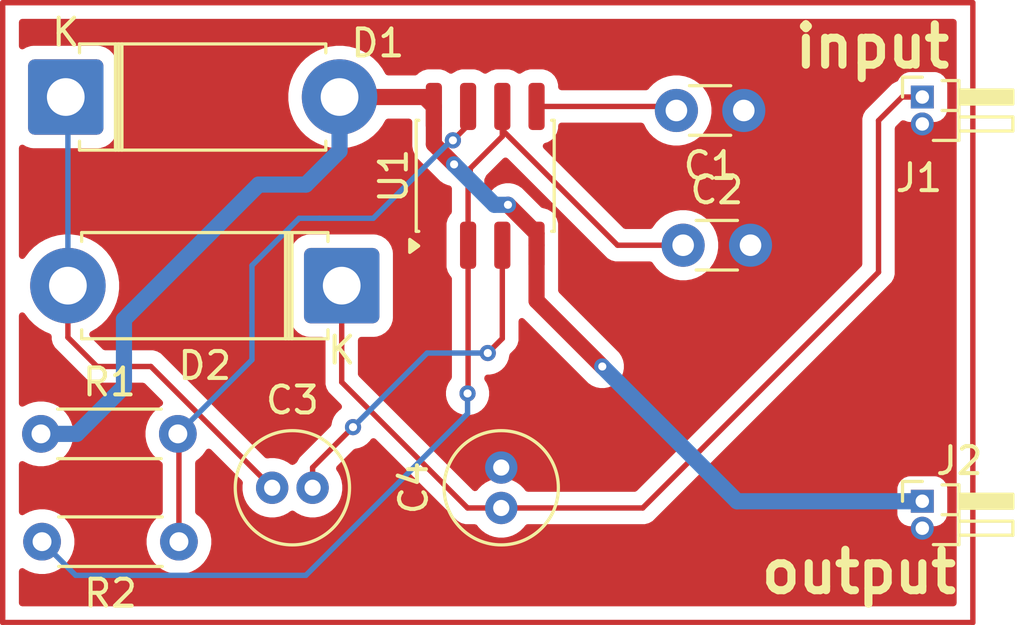
<source format=kicad_pcb>
(kicad_pcb (version 20241229) (generator "pcbnew") (generator_version "9.0")
  (title_block (title "Voltage Doubler") (date "2026-02-26") (rev "1.0") (company "IBrahim Jarallah"))
  (layers (0 "F.Cu" signal) (2 "B.Cu" signal) (13 "F.Paste" user) (15 "B.Paste" user) (5 "F.SilkS" user "F.Silkscreen") (7 "B.SilkS" user "B.Silkscreen") (1 "F.Mask" user) (3 "B.Mask" user) (25 "Edge.Cuts" user))
  (net 0 "")
  (net 1 "GND")
  (net 2 "Net-(U1-CONT)")
  (net 3 "Net-(U1-THRES)")
  (net 4 "Net-(U1-OUT)")
  (net 5 "Net-(D1-K)")
  (net 6 "Net-(D2-K)")
  (net 7 "+5V")
  (net 8 "Net-(U1-DISCH)")
  (footprint "Diode_THT:D_5W_P10.16mm_Horizontal" (layer "F.Cu") (at 138.34 77.25)
    (property "Reference" "D1" (at 11.58 -2 0) (layer "F.SilkS"))
    (property "Value" "1N4007")
    (fp_line (start 0.51 -1.97) (end 9.65 -1.97) (stroke (width 0.12)) (layer "F.SilkS"))
    (fp_line (start 0.51 -1.64) (end 0.51 -1.97) (stroke (width 0.12)) (layer "F.SilkS"))
    (fp_line (start 0.51 1.64) (end 0.51 1.97) (stroke (width 0.12)) (layer "F.SilkS"))
    (fp_line (start 0.51 1.97) (end 9.65 1.97) (stroke (width 0.12)) (layer "F.SilkS"))
    (fp_line (start 1.845 -1.97) (end 1.845 1.97) (stroke (width 0.12)) (layer "F.SilkS"))
    (fp_line (start 1.965 -1.97) (end 1.965 1.97) (stroke (width 0.12)) (layer "F.SilkS"))
    (fp_line (start 2.085 -1.97) (end 2.085 1.97) (stroke (width 0.12)) (layer "F.SilkS"))
    (fp_line (start 9.65 -1.97) (end 9.65 -1.64) (stroke (width 0.12)) (layer "F.SilkS"))
    (fp_line (start 9.65 1.97) (end 9.65 1.64) (stroke (width 0.12)) (layer "F.SilkS"))
    (fp_text user "K" (at 0 -2.4 0) (layer "F.SilkS"))
    (pad "1" thru_hole roundrect (at 0 0) (size 2.8 2.8) (drill 1.4) (layers "*.Cu" "*.Mask") (roundrect_rratio 0.089286) (net 5 "Net-(D1-K)"))
    (pad "2" thru_hole circle (at 10.16 0) (size 2.8 2.8) (drill 1.4) (layers "*.Cu" "*.Mask") (net 7 "+5V"))
  )
  (footprint "Resistor_THT:R_Axial_DIN0204_L3.6mm_D1.6mm_P5.08mm_Horizontal" (layer "F.Cu") (at 137.42 89.75)
    (property "Reference" "R1" (at 2.54 -1.92 0) (layer "F.SilkS"))
    (property "Value" "10k")
    (fp_line (start 0.62 -0.92) (end 4.46 -0.92) (stroke (width 0.12)) (layer "F.SilkS"))
    (fp_line (start 0.62 0.92) (end 4.46 0.92) (stroke (width 0.12)) (layer "F.SilkS"))
    (pad "1" thru_hole circle (at 0 0) (size 1.4 1.4) (drill 0.7) (layers "*.Cu" "*.Mask") (net 7 "+5V"))
    (pad "2" thru_hole circle (at 5.08 0) (size 1.4 1.4) (drill 0.7) (layers "*.Cu" "*.Mask") (net 8 "Net-(U1-DISCH)"))
  )
  (footprint "Resistor_THT:R_Axial_DIN0204_L3.6mm_D1.6mm_P5.08mm_Horizontal" (layer "F.Cu") (at 142.54 93.75 180)
    (property "Reference" "R2" (at 2.54 -1.92 0) (layer "F.SilkS"))
    (property "Value" "33k")
    (fp_line (start 0.62 0.92) (end 4.46 0.92) (stroke (width 0.12)) (layer "F.SilkS"))
    (fp_line (start 0.62 -0.92) (end 4.46 -0.92) (stroke (width 0.12)) (layer "F.SilkS"))
    (pad "1" thru_hole circle (at 0 0 180) (size 1.4 1.4) (drill 0.7) (layers "*.Cu" "*.Mask") (net 8 "Net-(U1-DISCH)"))
    (pad "2" thru_hole circle (at 5.08 0 180) (size 1.4 1.4) (drill 0.7) (layers "*.Cu" "*.Mask") (net 3 "Net-(U1-THRES)"))
  )
  (footprint "Diode_THT:D_5W_P10.16mm_Horizontal" (layer "F.Cu") (at 148.58 84.25 180)
    (property "Reference" "D2" (at 5.08 -2.97 0) (layer "F.SilkS"))
    (property "Value" "1N4007")
    (fp_line (start 9.65 1.97) (end 9.65 1.64) (stroke (width 0.12)) (layer "F.SilkS"))
    (fp_line (start 9.65 -1.97) (end 9.65 -1.64) (stroke (width 0.12)) (layer "F.SilkS"))
    (fp_line (start 2.085 -1.97) (end 2.085 1.97) (stroke (width 0.12)) (layer "F.SilkS"))
    (fp_line (start 1.965 -1.97) (end 1.965 1.97) (stroke (width 0.12)) (layer "F.SilkS"))
    (fp_line (start 1.845 -1.97) (end 1.845 1.97) (stroke (width 0.12)) (layer "F.SilkS"))
    (fp_line (start 0.51 1.97) (end 9.65 1.97) (stroke (width 0.12)) (layer "F.SilkS"))
    (fp_line (start 0.51 1.64) (end 0.51 1.97) (stroke (width 0.12)) (layer "F.SilkS"))
    (fp_line (start 0.51 -1.64) (end 0.51 -1.97) (stroke (width 0.12)) (layer "F.SilkS"))
    (fp_line (start 0.51 -1.97) (end 9.65 -1.97) (stroke (width 0.12)) (layer "F.SilkS"))
    (fp_text user "K" (at 0 -2.4 0) (layer "F.SilkS"))
    (pad "1" thru_hole roundrect (at 0 0 180) (size 2.8 2.8) (drill 1.4) (layers "*.Cu" "*.Mask") (roundrect_rratio 0.089286) (net 6 "Net-(D2-K)"))
    (pad "2" thru_hole circle (at 10.16 0 180) (size 2.8 2.8) (drill 1.4) (layers "*.Cu" "*.Mask") (net 5 "Net-(D1-K)"))
  )
  (footprint "Package_SO:SO-8_3.9x4.9mm_P1.27mm" (layer "F.Cu") (at 153.905 80.175 90)
    (property "Reference" "U1" (at 0 -3.4 90) (layer "F.SilkS"))
    (property "Value" "NE555D")
    (fp_line (start 2.06 -2.56) (end 2.06 -2.465) (stroke (width 0.12)) (layer "F.SilkS"))
    (fp_line (start -2.06 -2.56) (end 2.06 -2.56) (stroke (width 0.12)) (layer "F.SilkS"))
    (fp_line (start -2.06 -2.465) (end -2.06 -2.56) (stroke (width 0.12)) (layer "F.SilkS"))
    (fp_line (start 2.06 2.465) (end 2.06 2.56) (stroke (width 0.12)) (layer "F.SilkS"))
    (fp_line (start 2.06 2.56) (end -2.06 2.56) (stroke (width 0.12)) (layer "F.SilkS"))
    (fp_line (start -2.06 2.56) (end -2.06 2.465) (stroke (width 0.12)) (layer "F.SilkS"))
    (fp_poly (pts (xy -2.6 -2.47) (xy -2.84 -2.8) (xy -2.36 -2.8)) (stroke (width 0.12)) (fill yes) (layer "F.SilkS"))
    (pad "1" smd roundrect (at -2.575 -1.905 90) (size 1.75 0.6) (layers "F.Cu" "F.Mask" "F.Paste") (net 1 "GND"))
    (pad "2" smd roundrect (at -2.575 -0.635 90) (size 1.75 0.6) (layers "F.Cu" "F.Mask" "F.Paste") (net 3 "Net-(U1-THRES)"))
    (pad "3" smd roundrect (at -2.575 0.635 90) (size 1.75 0.6) (layers "F.Cu" "F.Mask" "F.Paste") (net 4 "Net-(U1-OUT)"))
    (pad "4" smd roundrect (at -2.575 1.905 90) (size 1.75 0.6) (layers "F.Cu" "F.Mask" "F.Paste") (net 7 "+5V"))
    (pad "5" smd roundrect (at 2.575 1.905 90) (size 1.75 0.6) (layers "F.Cu" "F.Mask" "F.Paste") (net 2 "Net-(U1-CONT)"))
    (pad "6" smd roundrect (at 2.575 0.635 90) (size 1.75 0.6) (layers "F.Cu" "F.Mask" "F.Paste") (net 3 "Net-(U1-THRES)"))
    (pad "7" smd roundrect (at 2.575 -0.635 90) (size 1.75 0.6) (layers "F.Cu" "F.Mask" "F.Paste") (net 8 "Net-(U1-DISCH)"))
    (pad "8" smd roundrect (at 2.575 -1.905 90) (size 1.75 0.6) (layers "F.Cu" "F.Mask" "F.Paste") (net 7 "+5V"))
  )
  (footprint "Capacitor_THT:C_Radial_D4.0mm_H5.0mm_P1.50mm" (layer "F.Cu") (at 154.5 92.5 90)
    (property "Reference" "C4" (at 0.75 -3.25 90) (layer "F.SilkS"))
    (property "Value" "22uF" (hide yes))
    (fp_circle (center 0.75 0) (end 2.87 0) (stroke (width 0.12)) (fill no) (layer "F.SilkS"))
    (pad "1" thru_hole circle (at 0 0 90) (size 1.2 1.2) (drill 0.6) (layers "*.Cu" "*.Mask") (net 6 "Net-(D2-K)"))
    (pad "2" thru_hole circle (at 1.5 0 90) (size 1.2 1.2) (drill 0.6) (layers "*.Cu" "*.Mask") (net 1 "GND"))
  )
  (footprint "Connector_PinHeader_1.00mm:PinHeader_1x02_P1.00mm_Horizontal" (layer "F.Cu") (at 170.125 77.25)
    (property "Reference" "J1" (at -0.125 3 0) (layer "F.SilkS"))
    (property "Value" "Conn_1x2")
    (fp_line (start -0.735 -0.735) (end 0 -0.735) (stroke (width 0.12)) (layer "F.SilkS"))
    (fp_line (start -0.735 0) (end -0.735 -0.735) (stroke (width 0.12)) (layer "F.SilkS"))
    (fp_line (start 0.735 -0.61) (end 1.36 -0.61) (stroke (width 0.12)) (layer "F.SilkS"))
    (fp_line (start 0.735 0.5) (end 1.36 0.5) (stroke (width 0.12)) (layer "F.SilkS"))
    (fp_line (start 1.36 -0.61) (end 1.36 1.61) (stroke (width 0.12)) (layer "F.SilkS"))
    (fp_line (start 1.36 0.74) (end 3.36 0.74) (stroke (width 0.12)) (layer "F.SilkS"))
    (fp_line (start 1.36 1.61) (end 0.41003 1.61) (stroke (width 0.12)) (layer "F.SilkS"))
    (fp_line (start 3.36 0.74) (end 3.36 1.26) (stroke (width 0.12)) (layer "F.SilkS"))
    (fp_line (start 3.36 1.26) (end 1.36 1.26) (stroke (width 0.12)) (layer "F.SilkS"))
    (fp_rect (start 1.36 -0.26) (end 3.36 0.26) (stroke (width 0.12)) (fill yes) (layer "F.SilkS"))
    (pad "1" thru_hole rect (at 0 0) (size 0.85 0.85) (drill 0.5) (layers "*.Cu" "*.Mask") (net 6 "Net-(D2-K)"))
    (pad "2" thru_hole circle (at 0 1) (size 0.85 0.85) (drill 0.5) (layers "*.Cu" "*.Mask") (net 1 "GND"))
  )
  (footprint "Connector_PinHeader_1.00mm:PinHeader_1x02_P1.00mm_Horizontal" (layer "F.Cu") (at 170.125 92.25)
    (property "Reference" "J2" (at 1.375 -1.5 0) (layer "F.SilkS"))
    (property "Value" "Conn_1x2")
    (fp_line (start -0.735 -0.735) (end 0 -0.735) (stroke (width 0.12)) (layer "F.SilkS"))
    (fp_line (start -0.735 0) (end -0.735 -0.735) (stroke (width 0.12)) (layer "F.SilkS"))
    (fp_line (start 0.735 -0.61) (end 1.36 -0.61) (stroke (width 0.12)) (layer "F.SilkS"))
    (fp_line (start 0.735 0.5) (end 1.36 0.5) (stroke (width 0.12)) (layer "F.SilkS"))
    (fp_line (start 1.36 -0.61) (end 1.36 1.61) (stroke (width 0.12)) (layer "F.SilkS"))
    (fp_line (start 1.36 0.74) (end 3.36 0.74) (stroke (width 0.12)) (layer "F.SilkS"))
    (fp_line (start 1.36 1.61) (end 0.41003 1.61) (stroke (width 0.12)) (layer "F.SilkS"))
    (fp_line (start 3.36 0.74) (end 3.36 1.26) (stroke (width 0.12)) (layer "F.SilkS"))
    (fp_line (start 3.36 1.26) (end 1.36 1.26) (stroke (width 0.12)) (layer "F.SilkS"))
    (fp_rect (start 1.36 -0.26) (end 3.36 0.26) (stroke (width 0.12)) (fill yes) (layer "F.SilkS"))
    (pad "1" thru_hole rect (at 0 0) (size 0.85 0.85) (drill 0.5) (layers "*.Cu" "*.Mask") (net 7 "+5V"))
    (pad "2" thru_hole circle (at 0 1) (size 0.85 0.85) (drill 0.5) (layers "*.Cu" "*.Mask") (net 1 "GND"))
  )
  (footprint "Capacitor_THT:C_Disc_D3.0mm_W1.6mm_P2.50mm" (layer "F.Cu") (at 161.25 82.75)
    (property "Reference" "C2" (at 1.25 -2.05 0) (layer "F.SilkS"))
    (property "Value" "0.01uF")
    (fp_line (start 0.485 -0.92) (end 2.015 -0.92) (stroke (width 0.12)) (layer "F.SilkS"))
    (fp_line (start 2.015 0.92) (end 0.485 0.92) (stroke (width 0.12)) (layer "F.SilkS"))
    (pad "1" thru_hole circle (at 0 0) (size 1.6 1.6) (drill 0.8) (layers "*.Cu" "*.Mask") (net 3 "Net-(U1-THRES)"))
    (pad "2" thru_hole circle (at 2.5 0) (size 1.6 1.6) (drill 0.8) (layers "*.Cu" "*.Mask") (net 1 "GND"))
  )
  (footprint "Capacitor_THT:C_Radial_D4.0mm_H5.0mm_P1.50mm" (layer "F.Cu") (at 146 91.75)
    (property "Reference" "C3" (at 0.75 -3.25 0) (layer "F.SilkS"))
    (property "Value" "22uF")
    (fp_circle (center 0.75 0) (end 2.87 0) (stroke (width 0.12)) (fill no) (layer "F.SilkS"))
    (pad "1" thru_hole circle (at 0 0) (size 1.2 1.2) (drill 0.6) (layers "*.Cu" "*.Mask") (net 5 "Net-(D1-K)"))
    (pad "2" thru_hole circle (at 1.5 0) (size 1.2 1.2) (drill 0.6) (layers "*.Cu" "*.Mask") (net 4 "Net-(U1-OUT)"))
  )
  (footprint "Capacitor_THT:C_Disc_D3.0mm_W1.6mm_P2.50mm" (layer "F.Cu") (at 163.5 77.75 180)
    (property "Reference" "C1" (at 1.25 -2.05 0) (layer "F.SilkS"))
    (property "Value" "0.01uF")
    (fp_line (start 2.015 0.92) (end 0.485 0.92) (stroke (width 0.12)) (layer "F.SilkS"))
    (fp_line (start 0.485 -0.92) (end 2.015 -0.92) (stroke (width 0.12)) (layer "F.SilkS"))
    (pad "1" thru_hole circle (at 0 0 180) (size 1.6 1.6) (drill 0.8) (layers "*.Cu" "*.Mask") (net 1 "GND"))
    (pad "2" thru_hole circle (at 2.5 0 180) (size 1.6 1.6) (drill 0.8) (layers "*.Cu" "*.Mask") (net 2 "Net-(U1-CONT)"))
  )
  (gr_line (start 136 73.75) (end 172 73.75) (stroke (width 0.2)) (layer "F.Cu"))
  (gr_line (start 172 96.75) (end 136 96.75) (stroke (width 0.2)) (layer "F.Cu"))
  (gr_line (start 136 96.75) (end 136 73.75) (stroke (width 0.2)) (layer "F.Cu"))
  (gr_line (start 172 73.75) (end 172 96.75) (stroke (width 0.2)) (layer "F.Cu"))
  (gr_text "output" (at 164 95.75 0) (layer "F.SilkS") (effects (font (size 1.5 1.5) (thickness 0.3) (bold yes)) (justify left bottom)))
  (gr_text "input" (at 165.25 76.25 0) (layer "F.SilkS") (effects (font (size 1.5 1.5) (thickness 0.3) (bold yes)) (justify left bottom)))
  (segment (start 160.75 77.75) (end 160.6 77.6) (width 0.2) (layer "F.Cu") (net 2))
  (segment (start 161 77.75) (end 160.75 77.75) (width 0.2) (layer "F.Cu") (net 2))
  (segment (start 160.6 77.6) (end 155.81 77.6) (width 0.2) (layer "F.Cu") (net 2))
  (segment (start 161.25 82.75) (end 158.815001 82.75) (width 0.2) (layer "F.Cu") (net 3))
  (segment (start 158.815001 82.75) (end 154.54 78.474999) (width 0.2) (layer "F.Cu") (net 3))
  (segment (start 153.27 80.079942) (end 153.351 79.998942) (width 0.2) (layer "F.Cu") (net 3))
  (segment (start 153.351 79.899) (end 154.54 78.71) (width 0.2) (layer "F.Cu") (net 3))
  (segment (start 153.27 82.75) (end 153.27 80.079942) (width 0.2) (layer "F.Cu") (net 3))
  (segment (start 153.351 79.998942) (end 153.351 79.899) (width 0.2) (layer "F.Cu") (net 3))
  (segment (start 154.54 78.474999) (end 154.54 77.6) (width 0.2) (layer "F.Cu") (net 3))
  (segment (start 153.25 88.25) (end 153.27 88.23) (width 0.2) (layer "F.Cu") (net 3))
  (segment (start 154.54 78.71) (end 154.54 77.6) (width 0.2) (layer "F.Cu") (net 3))
  (segment (start 153.27 88.23) (end 153.27 82.75) (width 0.2) (layer "F.Cu") (net 3))
  (via (at 153.25 88.25) (size 0.6) (drill 0.3) (layers "F.Cu" "B.Cu") (net 3))
  (segment (start 153.25 89) (end 153.25 88.25) (width 0.2) (layer "B.Cu") (net 3))
  (segment (start 137.46 93.75) (end 138.71 95) (width 0.2) (layer "B.Cu") (net 3))
  (segment (start 147.25 95) (end 153.25 89) (width 0.2) (layer "B.Cu") (net 3))
  (segment (start 138.71 95) (end 147.25 95) (width 0.2) (layer "B.Cu") (net 3))
  (segment (start 149 89.5) (end 147.5 91) (width 0.2) (layer "F.Cu") (net 4))
  (segment (start 154.54 86.21) (end 154 86.75) (width 0.2) (layer "F.Cu") (net 4))
  (segment (start 147.5 91) (end 147.5 91.75) (width 0.2) (layer "F.Cu") (net 4))
  (segment (start 154.54 82.75) (end 154.54 86.21) (width 0.2) (layer "F.Cu") (net 4))
  (via (at 154 86.75) (size 0.6) (drill 0.3) (layers "F.Cu" "B.Cu") (net 4))
  (via (at 149 89.5) (size 0.6) (drill 0.3) (layers "F.Cu" "B.Cu") (net 4))
  (segment (start 154 86.75) (end 151.75 86.75) (width 0.2) (layer "B.Cu") (net 4))
  (segment (start 151.75 86.75) (end 149 89.5) (width 0.2) (layer "B.Cu") (net 4))
  (segment (start 138.42 86.17) (end 138.42 84.25) (width 0.2) (layer "F.Cu") (net 5))
  (segment (start 138.34 84.17) (end 138.42 84.25) (width 0.2) (layer "F.Cu") (net 5))
  (segment (start 146 91.75) (end 141.5 87.25) (width 0.2) (layer "F.Cu") (net 5))
  (segment (start 141.5 87.25) (end 139.5 87.25) (width 0.2) (layer "F.Cu") (net 5))
  (segment (start 139.5 87.25) (end 138.42 86.17) (width 0.2) (layer "F.Cu") (net 5))
  (segment (start 138.42 77.33) (end 138.34 77.25) (width 0.2) (layer "B.Cu") (net 5))
  (segment (start 138.42 84.25) (end 138.42 77.33) (width 0.2) (layer "B.Cu") (net 5))
  (segment (start 153.25 92.5) (end 148.58 87.83) (width 0.2) (layer "F.Cu") (net 6))
  (segment (start 169.375 77.25) (end 170.125 77.25) (width 0.2) (layer "F.Cu") (net 6))
  (segment (start 148.58 87.83) (end 148.58 84.25) (width 0.2) (layer "F.Cu") (net 6))
  (segment (start 159.75 92.5) (end 168.5 83.75) (width 0.2) (layer "F.Cu") (net 6))
  (segment (start 168.5 83.75) (end 168.5 78.125) (width 0.2) (layer "F.Cu") (net 6))
  (segment (start 168.5 78.125) (end 169.375 77.25) (width 0.2) (layer "F.Cu") (net 6))
  (segment (start 154.5 92.5) (end 153.25 92.5) (width 0.2) (layer "F.Cu") (net 6))
  (segment (start 154.5 92.5) (end 159.75 92.5) (width 0.2) (layer "F.Cu") (net 6))
  (segment (start 155.81 82.31) (end 155.81 82.75) (width 0.6) (layer "F.Cu") (net 7))
  (segment (start 158.25 87.25) (end 155.81 84.81) (width 0.6) (layer "F.Cu") (net 7))
  (segment (start 151.65 77.25) (end 152 77.6) (width 0.6) (layer "F.Cu") (net 7))
  (segment (start 155.81 84.81) (end 155.81 82.75) (width 0.6) (layer "F.Cu") (net 7))
  (segment (start 154.75 81.25) (end 155.81 82.31) (width 0.6) (layer "F.Cu") (net 7))
  (segment (start 152 79) (end 152.75 79.75) (width 0.6) (layer "F.Cu") (net 7))
  (segment (start 152 77.6) (end 152 79) (width 0.6) (layer "F.Cu") (net 7))
  (segment (start 148.5 77.25) (end 151.65 77.25) (width 0.6) (layer "F.Cu") (net 7))
  (via (at 154.75 81.25) (size 0.6) (drill 0.3) (layers "F.Cu" "B.Cu") (net 7))
  (via (at 152.75 79.75) (size 0.6) (drill 0.3) (layers "F.Cu" "B.Cu") (net 7))
  (via (at 158.25 87.25) (size 0.6) (drill 0.3) (layers "F.Cu" "B.Cu") (net 7))
  (segment (start 137.42 89.75) (end 138.75 89.75) (width 0.6) (layer "B.Cu") (net 7))
  (segment (start 140.5 85.5) (end 145.5 80.5) (width 0.6) (layer "B.Cu") (net 7))
  (segment (start 152.75 79.75) (end 154.25 81.25) (width 0.6) (layer "B.Cu") (net 7))
  (segment (start 158.25 87.25) (end 163.25 92.25) (width 0.6) (layer "B.Cu") (net 7))
  (segment (start 138.75 89.75) (end 140.5 88) (width 0.6) (layer "B.Cu") (net 7))
  (segment (start 147.25 80.5) (end 148.5 79.25) (width 0.6) (layer "B.Cu") (net 7))
  (segment (start 140.5 88) (end 140.5 85.5) (width 0.6) (layer "B.Cu") (net 7))
  (segment (start 148.5 79.25) (end 148.5 77.25) (width 0.6) (layer "B.Cu") (net 7))
  (segment (start 145.5 80.5) (end 147.25 80.5) (width 0.6) (layer "B.Cu") (net 7))
  (segment (start 163.25 92.25) (end 170.125 92.25) (width 0.6) (layer "B.Cu") (net 7))
  (segment (start 154.25 81.25) (end 154.75 81.25) (width 0.6) (layer "B.Cu") (net 7))
  (segment (start 142.54 93.75) (end 142.54 89.79) (width 0.2) (layer "F.Cu") (net 8))
  (segment (start 142.54 89.79) (end 142.5 89.75) (width 0.2) (layer "F.Cu") (net 8))
  (segment (start 153.27 78.294187) (end 153.27 77.6) (width 0.2) (layer "F.Cu") (net 8))
  (segment (start 152.706358 78.857829) (end 153.27 78.294187) (width 0.2) (layer "F.Cu") (net 8))
  (via (at 152.706358 78.857829) (size 0.6) (drill 0.3) (layers "F.Cu" "B.Cu") (net 8))
  (segment (start 145.25 83.5) (end 147 81.75) (width 0.2) (layer "B.Cu") (net 8))
  (segment (start 151.25 80.25) (end 152.642171 78.857829) (width 0.2) (layer "B.Cu") (net 8))
  (segment (start 147 81.75) (end 147.75 81.75) (width 0.2) (layer "B.Cu") (net 8))
  (segment (start 149.75 81.75) (end 151.25 80.25) (width 0.2) (layer "B.Cu") (net 8))
  (segment (start 147.75 81.75) (end 149.75 81.75) (width 0.2) (layer "B.Cu") (net 8))
  (segment (start 152.642171 78.857829) (end 152.706358 78.857829) (width 0.2) (layer "B.Cu") (net 8))
  (segment (start 145.25 85.25) (end 145.25 83.5) (width 0.2) (layer "B.Cu") (net 8))
  (segment (start 145.25 87) (end 145.25 85.25) (width 0.2) (layer "B.Cu") (net 8))
  (segment (start 142.5 89.75) (end 145.25 87) (width 0.2) (layer "B.Cu") (net 8))
  (zone (net 1) (net_name "GND") (layer "F.Cu") (connect_pads yes (clearance 0.5)) (min_thickness 0.25) (fill yes (thermal_gap 0.5) (thermal_bridge_width 0.5) (island_removal_mode 1) (island_area_min 10))
    (polygon (pts (xy 136 73.75) (xy 172 73.75) (xy 172 96.75) (xy 136 96.75)))
  )
)
</source>
